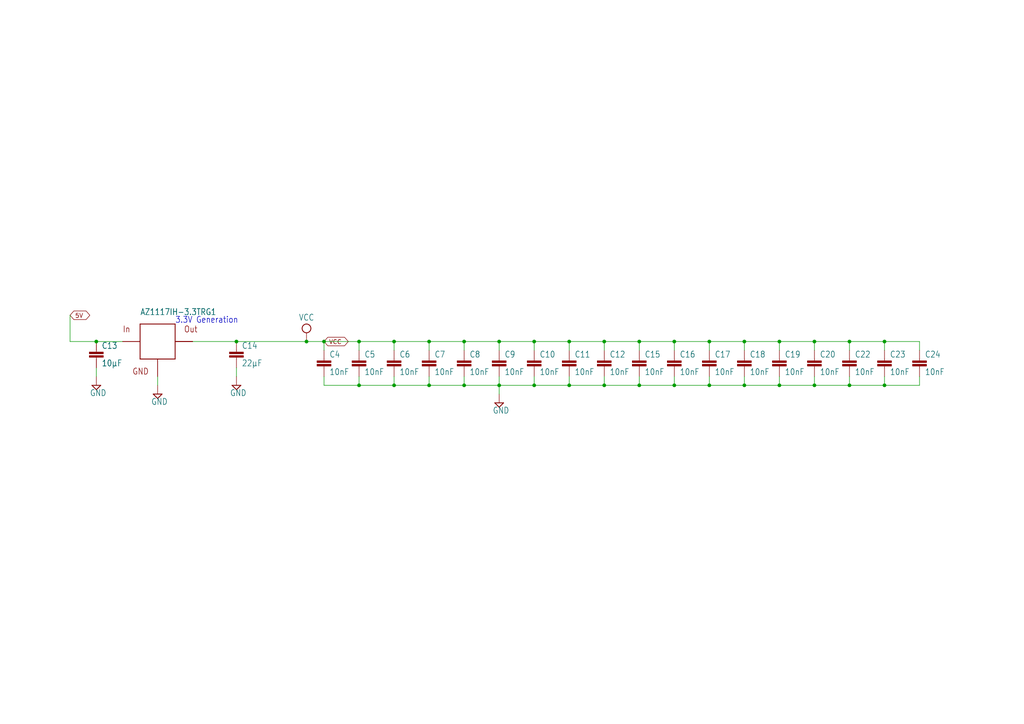
<source format=kicad_sch>
(kicad_sch
	(version 20231120)
	(generator "eeschema")
	(generator_version "8.0")
	(uuid "5bd07856-e1a3-43a2-9ea4-eeb95438f6ff")
	(paper "A4")
	(lib_symbols
		(symbol "SPI2Parallel_v1p1-eagle-import:C-EUC0603"
			(exclude_from_sim no)
			(in_bom yes)
			(on_board yes)
			(property "Reference" "C"
				(at 1.524 0.381 0)
				(effects
					(font
						(size 1.778 1.5113)
					)
					(justify left bottom)
				)
			)
			(property "Value" ""
				(at 1.524 -4.699 0)
				(effects
					(font
						(size 1.778 1.5113)
					)
					(justify left bottom)
				)
			)
			(property "Footprint" "SPI2Parallel_v1p1:C0603"
				(at 0 0 0)
				(effects
					(font
						(size 1.27 1.27)
					)
					(hide yes)
				)
			)
			(property "Datasheet" ""
				(at 0 0 0)
				(effects
					(font
						(size 1.27 1.27)
					)
					(hide yes)
				)
			)
			(property "Description" "CAPACITOR, European symbol"
				(at 0 0 0)
				(effects
					(font
						(size 1.27 1.27)
					)
					(hide yes)
				)
			)
			(property "ki_locked" ""
				(at 0 0 0)
				(effects
					(font
						(size 1.27 1.27)
					)
				)
			)
			(symbol "C-EUC0603_1_0"
				(rectangle
					(start -2.032 -2.032)
					(end 2.032 -1.524)
					(stroke
						(width 0)
						(type default)
					)
					(fill
						(type outline)
					)
				)
				(rectangle
					(start -2.032 -1.016)
					(end 2.032 -0.508)
					(stroke
						(width 0)
						(type default)
					)
					(fill
						(type outline)
					)
				)
				(polyline
					(pts
						(xy 0 -2.54) (xy 0 -2.032)
					)
					(stroke
						(width 0.1524)
						(type solid)
					)
					(fill
						(type none)
					)
				)
				(polyline
					(pts
						(xy 0 0) (xy 0 -0.508)
					)
					(stroke
						(width 0.1524)
						(type solid)
					)
					(fill
						(type none)
					)
				)
				(pin passive line
					(at 0 2.54 270)
					(length 2.54)
					(name "1"
						(effects
							(font
								(size 0 0)
							)
						)
					)
					(number "1"
						(effects
							(font
								(size 0 0)
							)
						)
					)
				)
				(pin passive line
					(at 0 -5.08 90)
					(length 2.54)
					(name "2"
						(effects
							(font
								(size 0 0)
							)
						)
					)
					(number "2"
						(effects
							(font
								(size 0 0)
							)
						)
					)
				)
			)
		)
		(symbol "SPI2Parallel_v1p1-eagle-import:C-EUC1206"
			(exclude_from_sim no)
			(in_bom yes)
			(on_board yes)
			(property "Reference" "C"
				(at 1.524 0.381 0)
				(effects
					(font
						(size 1.778 1.5113)
					)
					(justify left bottom)
				)
			)
			(property "Value" ""
				(at 1.524 -4.699 0)
				(effects
					(font
						(size 1.778 1.5113)
					)
					(justify left bottom)
				)
			)
			(property "Footprint" "SPI2Parallel_v1p1:C1206"
				(at 0 0 0)
				(effects
					(font
						(size 1.27 1.27)
					)
					(hide yes)
				)
			)
			(property "Datasheet" ""
				(at 0 0 0)
				(effects
					(font
						(size 1.27 1.27)
					)
					(hide yes)
				)
			)
			(property "Description" "CAPACITOR, European symbol"
				(at 0 0 0)
				(effects
					(font
						(size 1.27 1.27)
					)
					(hide yes)
				)
			)
			(property "ki_locked" ""
				(at 0 0 0)
				(effects
					(font
						(size 1.27 1.27)
					)
				)
			)
			(symbol "C-EUC1206_1_0"
				(rectangle
					(start -2.032 -2.032)
					(end 2.032 -1.524)
					(stroke
						(width 0)
						(type default)
					)
					(fill
						(type outline)
					)
				)
				(rectangle
					(start -2.032 -1.016)
					(end 2.032 -0.508)
					(stroke
						(width 0)
						(type default)
					)
					(fill
						(type outline)
					)
				)
				(polyline
					(pts
						(xy 0 -2.54) (xy 0 -2.032)
					)
					(stroke
						(width 0.1524)
						(type solid)
					)
					(fill
						(type none)
					)
				)
				(polyline
					(pts
						(xy 0 0) (xy 0 -0.508)
					)
					(stroke
						(width 0.1524)
						(type solid)
					)
					(fill
						(type none)
					)
				)
				(pin passive line
					(at 0 2.54 270)
					(length 2.54)
					(name "1"
						(effects
							(font
								(size 0 0)
							)
						)
					)
					(number "1"
						(effects
							(font
								(size 0 0)
							)
						)
					)
				)
				(pin passive line
					(at 0 -5.08 90)
					(length 2.54)
					(name "2"
						(effects
							(font
								(size 0 0)
							)
						)
					)
					(number "2"
						(effects
							(font
								(size 0 0)
							)
						)
					)
				)
			)
		)
		(symbol "SPI2Parallel_v1p1-eagle-import:GND"
			(power)
			(exclude_from_sim no)
			(in_bom yes)
			(on_board yes)
			(property "Reference" "#SUPPLY"
				(at 0 0 0)
				(effects
					(font
						(size 1.27 1.27)
					)
					(hide yes)
				)
			)
			(property "Value" ""
				(at -1.905 -3.175 0)
				(effects
					(font
						(size 1.778 1.5113)
					)
					(justify left bottom)
				)
			)
			(property "Footprint" ""
				(at 0 0 0)
				(effects
					(font
						(size 1.27 1.27)
					)
					(hide yes)
				)
			)
			(property "Datasheet" ""
				(at 0 0 0)
				(effects
					(font
						(size 1.27 1.27)
					)
					(hide yes)
				)
			)
			(property "Description" "SUPPLY SYMBOL"
				(at 0 0 0)
				(effects
					(font
						(size 1.27 1.27)
					)
					(hide yes)
				)
			)
			(property "ki_locked" ""
				(at 0 0 0)
				(effects
					(font
						(size 1.27 1.27)
					)
				)
			)
			(symbol "GND_1_0"
				(polyline
					(pts
						(xy -1.27 0) (xy 1.27 0)
					)
					(stroke
						(width 0.254)
						(type solid)
					)
					(fill
						(type none)
					)
				)
				(polyline
					(pts
						(xy 0 -1.27) (xy -1.27 0)
					)
					(stroke
						(width 0.254)
						(type solid)
					)
					(fill
						(type none)
					)
				)
				(polyline
					(pts
						(xy 1.27 0) (xy 0 -1.27)
					)
					(stroke
						(width 0.254)
						(type solid)
					)
					(fill
						(type none)
					)
				)
				(pin power_in line
					(at 0 2.54 270)
					(length 2.54)
					(name "GND"
						(effects
							(font
								(size 0 0)
							)
						)
					)
					(number "1"
						(effects
							(font
								(size 0 0)
							)
						)
					)
				)
			)
		)
		(symbol "SPI2Parallel_v1p1-eagle-import:LT1117"
			(exclude_from_sim no)
			(in_bom yes)
			(on_board yes)
			(property "Reference" ""
				(at 0 0 0)
				(effects
					(font
						(size 1.27 1.27)
					)
					(hide yes)
				)
			)
			(property "Value" ""
				(at -5.08 10.16 0)
				(effects
					(font
						(size 1.778 1.5113)
					)
					(justify left bottom)
					(hide yes)
				)
			)
			(property "Footprint" "SPI2Parallel_v1p1:SOT223"
				(at 0 0 0)
				(effects
					(font
						(size 1.27 1.27)
					)
					(hide yes)
				)
			)
			(property "Datasheet" ""
				(at 0 0 0)
				(effects
					(font
						(size 1.27 1.27)
					)
					(hide yes)
				)
			)
			(property "Description" ""
				(at 0 0 0)
				(effects
					(font
						(size 1.27 1.27)
					)
					(hide yes)
				)
			)
			(property "ki_locked" ""
				(at 0 0 0)
				(effects
					(font
						(size 1.27 1.27)
					)
				)
			)
			(symbol "LT1117_1_0"
				(polyline
					(pts
						(xy -5.08 -2.54) (xy 5.08 -2.54)
					)
					(stroke
						(width 0.254)
						(type solid)
					)
					(fill
						(type none)
					)
				)
				(polyline
					(pts
						(xy -5.08 7.62) (xy -5.08 -2.54)
					)
					(stroke
						(width 0.254)
						(type solid)
					)
					(fill
						(type none)
					)
				)
				(polyline
					(pts
						(xy 5.08 -2.54) (xy 5.08 7.62)
					)
					(stroke
						(width 0.254)
						(type solid)
					)
					(fill
						(type none)
					)
				)
				(polyline
					(pts
						(xy 5.08 7.62) (xy -5.08 7.62)
					)
					(stroke
						(width 0.254)
						(type solid)
					)
					(fill
						(type none)
					)
				)
				(text "GND"
					(at -2.54 -5.08 0)
					(effects
						(font
							(size 1.778 1.5113)
						)
						(justify right top)
					)
				)
				(text "In"
					(at -10.16 5.08 0)
					(effects
						(font
							(size 1.778 1.5113)
						)
						(justify left bottom)
					)
				)
				(text "Out"
					(at 7.62 5.08 0)
					(effects
						(font
							(size 1.778 1.5113)
						)
						(justify left bottom)
					)
				)
				(pin bidirectional line
					(at 0 -7.62 90)
					(length 5.08)
					(name "GND"
						(effects
							(font
								(size 0 0)
							)
						)
					)
					(number "1"
						(effects
							(font
								(size 0 0)
							)
						)
					)
				)
				(pin power_in line
					(at 10.16 2.54 180)
					(length 5.08)
					(name "VCC"
						(effects
							(font
								(size 0 0)
							)
						)
					)
					(number "2"
						(effects
							(font
								(size 0 0)
							)
						)
					)
				)
				(pin bidirectional line
					(at -10.16 2.54 0)
					(length 5.08)
					(name "IN"
						(effects
							(font
								(size 0 0)
							)
						)
					)
					(number "3"
						(effects
							(font
								(size 0 0)
							)
						)
					)
				)
				(pin power_in line
					(at 10.16 2.54 180)
					(length 5.08)
					(name "VCC"
						(effects
							(font
								(size 0 0)
							)
						)
					)
					(number "4"
						(effects
							(font
								(size 0 0)
							)
						)
					)
				)
			)
		)
		(symbol "SPI2Parallel_v1p1-eagle-import:VCC-CIRCLE"
			(power)
			(exclude_from_sim no)
			(in_bom yes)
			(on_board yes)
			(property "Reference" "#SUPPLY"
				(at 0 0 0)
				(effects
					(font
						(size 1.27 1.27)
					)
					(hide yes)
				)
			)
			(property "Value" ""
				(at 0 4.445 0)
				(effects
					(font
						(size 1.778 1.5113)
					)
				)
			)
			(property "Footprint" ""
				(at 0 0 0)
				(effects
					(font
						(size 1.27 1.27)
					)
					(hide yes)
				)
			)
			(property "Datasheet" ""
				(at 0 0 0)
				(effects
					(font
						(size 1.27 1.27)
					)
					(hide yes)
				)
			)
			(property "Description" "SUPPLY SYMBOL VCC Circle"
				(at 0 0 0)
				(effects
					(font
						(size 1.27 1.27)
					)
					(hide yes)
				)
			)
			(property "ki_locked" ""
				(at 0 0 0)
				(effects
					(font
						(size 1.27 1.27)
					)
				)
			)
			(symbol "VCC-CIRCLE_1_0"
				(circle
					(center 0 1.27)
					(radius 1.27)
					(stroke
						(width 0.254)
						(type solid)
					)
					(fill
						(type none)
					)
				)
				(pin power_in line
					(at 0 -2.54 90)
					(length 2.54)
					(name "VCC"
						(effects
							(font
								(size 0 0)
							)
						)
					)
					(number "1"
						(effects
							(font
								(size 0 0)
							)
						)
					)
				)
			)
		)
	)
	(junction
		(at 124.46 99.06)
		(diameter 0)
		(color 0 0 0 0)
		(uuid "0c4af872-be4a-4cad-a5ad-452e90b286ff")
	)
	(junction
		(at 226.06 111.76)
		(diameter 0)
		(color 0 0 0 0)
		(uuid "0f060945-9142-448f-9a2a-3040542bf76c")
	)
	(junction
		(at 27.94 99.06)
		(diameter 0)
		(color 0 0 0 0)
		(uuid "0f37b883-67a8-43ab-9047-3a394b0708e7")
	)
	(junction
		(at 144.78 99.06)
		(diameter 0)
		(color 0 0 0 0)
		(uuid "19b3b829-8b59-4ce0-af87-6d7e1e3adc63")
	)
	(junction
		(at 114.3 99.06)
		(diameter 0)
		(color 0 0 0 0)
		(uuid "1a423e31-e4c9-4784-8805-544d9560e48d")
	)
	(junction
		(at 256.54 111.76)
		(diameter 0)
		(color 0 0 0 0)
		(uuid "26b1b699-b002-4a32-afc1-3eba90ffbc9e")
	)
	(junction
		(at 246.38 111.76)
		(diameter 0)
		(color 0 0 0 0)
		(uuid "2714e477-dd55-4b7b-8898-2be89ff1a5dc")
	)
	(junction
		(at 175.26 99.06)
		(diameter 0)
		(color 0 0 0 0)
		(uuid "293baf15-d803-415e-b6cd-f24a0b9ba420")
	)
	(junction
		(at 205.74 99.06)
		(diameter 0)
		(color 0 0 0 0)
		(uuid "3d01fe50-3ae3-4170-b766-5fb9af411113")
	)
	(junction
		(at 88.9 99.06)
		(diameter 0)
		(color 0 0 0 0)
		(uuid "450cb08d-d15a-495c-a63e-f7bc671b83e9")
	)
	(junction
		(at 185.42 111.76)
		(diameter 0)
		(color 0 0 0 0)
		(uuid "47e42049-4a50-42a9-94ca-393ca96009e5")
	)
	(junction
		(at 215.9 99.06)
		(diameter 0)
		(color 0 0 0 0)
		(uuid "4d95a474-3d59-456b-9e87-11b6ca71824c")
	)
	(junction
		(at 114.3 111.76)
		(diameter 0)
		(color 0 0 0 0)
		(uuid "51433e09-7d8b-4cdd-bbf3-b85dc929ac09")
	)
	(junction
		(at 175.26 111.76)
		(diameter 0)
		(color 0 0 0 0)
		(uuid "594960a3-9cb4-4944-9557-f119f85f8483")
	)
	(junction
		(at 154.94 111.76)
		(diameter 0)
		(color 0 0 0 0)
		(uuid "5dc0a282-3d5d-4b3d-a0ed-4446951ab1e1")
	)
	(junction
		(at 93.98 99.06)
		(diameter 0)
		(color 0 0 0 0)
		(uuid "6139b72a-b8b8-4e84-8185-1b91260330a3")
	)
	(junction
		(at 104.14 111.76)
		(diameter 0)
		(color 0 0 0 0)
		(uuid "678b5894-2bbe-48fa-97ba-ac3bc8f53652")
	)
	(junction
		(at 104.14 99.06)
		(diameter 0)
		(color 0 0 0 0)
		(uuid "69b8ce24-4518-43e1-a1d7-f37fcf007e50")
	)
	(junction
		(at 185.42 99.06)
		(diameter 0)
		(color 0 0 0 0)
		(uuid "69f69481-4064-481c-b423-562e1e19a71f")
	)
	(junction
		(at 195.58 99.06)
		(diameter 0)
		(color 0 0 0 0)
		(uuid "6f89da98-c417-4456-8b2c-0098ff980320")
	)
	(junction
		(at 134.62 111.76)
		(diameter 0)
		(color 0 0 0 0)
		(uuid "81fd096b-a481-4de4-81c3-6565a9d81f29")
	)
	(junction
		(at 165.1 99.06)
		(diameter 0)
		(color 0 0 0 0)
		(uuid "8452e8fd-570c-4d68-b8b4-216d595152ac")
	)
	(junction
		(at 256.54 99.06)
		(diameter 0)
		(color 0 0 0 0)
		(uuid "93f6a39d-d909-4b6f-bbf3-ac0bec7d7b19")
	)
	(junction
		(at 68.58 99.06)
		(diameter 0)
		(color 0 0 0 0)
		(uuid "96bca76a-2b62-44a9-a218-b6e990576f77")
	)
	(junction
		(at 134.62 99.06)
		(diameter 0)
		(color 0 0 0 0)
		(uuid "98c2ef34-4ef1-48bf-9aa3-5b325affb585")
	)
	(junction
		(at 246.38 99.06)
		(diameter 0)
		(color 0 0 0 0)
		(uuid "9936a195-b0d1-4783-b8d0-bcccd1347849")
	)
	(junction
		(at 144.78 111.76)
		(diameter 0)
		(color 0 0 0 0)
		(uuid "9fedd9f5-aa90-4d2a-b052-e464b3ee8e89")
	)
	(junction
		(at 205.74 111.76)
		(diameter 0)
		(color 0 0 0 0)
		(uuid "b6429382-a104-408d-b50b-3523b46f1f8d")
	)
	(junction
		(at 195.58 111.76)
		(diameter 0)
		(color 0 0 0 0)
		(uuid "bb8c213e-cfc3-44f3-9a98-e73a94638ff1")
	)
	(junction
		(at 215.9 111.76)
		(diameter 0)
		(color 0 0 0 0)
		(uuid "c0428c5e-252d-42df-b864-aeda23fd68a8")
	)
	(junction
		(at 165.1 111.76)
		(diameter 0)
		(color 0 0 0 0)
		(uuid "cdd09d90-4b0e-4608-a9cc-dc3d879074b5")
	)
	(junction
		(at 154.94 99.06)
		(diameter 0)
		(color 0 0 0 0)
		(uuid "dc10edab-3ce8-4959-9ee1-3e01c36510ba")
	)
	(junction
		(at 124.46 111.76)
		(diameter 0)
		(color 0 0 0 0)
		(uuid "e000e9f8-95db-43b7-8034-2f91e6fb7240")
	)
	(junction
		(at 226.06 99.06)
		(diameter 0)
		(color 0 0 0 0)
		(uuid "ec2c52d1-9881-4c26-87a4-e9829eee9973")
	)
	(junction
		(at 236.22 111.76)
		(diameter 0)
		(color 0 0 0 0)
		(uuid "ecce236b-2860-4f8a-839f-1ca87f828cb1")
	)
	(junction
		(at 236.22 99.06)
		(diameter 0)
		(color 0 0 0 0)
		(uuid "f8e10924-3c0e-4155-9623-e34ec61e4a50")
	)
	(wire
		(pts
			(xy 195.58 99.06) (xy 205.74 99.06)
		)
		(stroke
			(width 0.1524)
			(type solid)
		)
		(uuid "00bbb6ad-e7fe-4556-b34b-0055cd3e304f")
	)
	(wire
		(pts
			(xy 144.78 99.06) (xy 154.94 99.06)
		)
		(stroke
			(width 0.1524)
			(type solid)
		)
		(uuid "01123a18-050a-4a24-b9c0-2ade778dfd98")
	)
	(wire
		(pts
			(xy 88.9 99.06) (xy 93.98 99.06)
		)
		(stroke
			(width 0.1524)
			(type solid)
		)
		(uuid "01e00ee7-4b69-475a-9454-7c26e1986551")
	)
	(wire
		(pts
			(xy 154.94 99.06) (xy 154.94 101.6)
		)
		(stroke
			(width 0.1524)
			(type solid)
		)
		(uuid "01e9edb6-c15f-43b4-a805-0dc8ac78dfde")
	)
	(wire
		(pts
			(xy 185.42 99.06) (xy 185.42 101.6)
		)
		(stroke
			(width 0.1524)
			(type solid)
		)
		(uuid "03421fc5-d7d6-4fdc-914e-2c245f8d47a8")
	)
	(wire
		(pts
			(xy 266.7 99.06) (xy 256.54 99.06)
		)
		(stroke
			(width 0.1524)
			(type solid)
		)
		(uuid "0a5c6d7c-f644-4b22-9aa1-f7cb96e825ce")
	)
	(wire
		(pts
			(xy 134.62 109.22) (xy 134.62 111.76)
		)
		(stroke
			(width 0.1524)
			(type solid)
		)
		(uuid "0ced38fb-77ad-4d82-800b-386056fab75f")
	)
	(wire
		(pts
			(xy 55.88 99.06) (xy 68.58 99.06)
		)
		(stroke
			(width 0.1524)
			(type solid)
		)
		(uuid "0dfb02dc-2322-474c-b025-32def39326d9")
	)
	(wire
		(pts
			(xy 20.32 99.06) (xy 20.32 91.44)
		)
		(stroke
			(width 0.1524)
			(type solid)
		)
		(uuid "123ca4c7-8a28-42d9-8ab9-9efb314c565c")
	)
	(wire
		(pts
			(xy 256.54 111.76) (xy 246.38 111.76)
		)
		(stroke
			(width 0.1524)
			(type solid)
		)
		(uuid "14225d1a-e8c1-41e4-9e95-85602bbdf8ca")
	)
	(wire
		(pts
			(xy 215.9 111.76) (xy 226.06 111.76)
		)
		(stroke
			(width 0.1524)
			(type solid)
		)
		(uuid "1d5acbbf-d916-439a-98e3-5b1abc63cb6a")
	)
	(wire
		(pts
			(xy 185.42 99.06) (xy 195.58 99.06)
		)
		(stroke
			(width 0.1524)
			(type solid)
		)
		(uuid "211b4a42-525d-4643-ab12-457894c912a5")
	)
	(wire
		(pts
			(xy 124.46 109.22) (xy 124.46 111.76)
		)
		(stroke
			(width 0.1524)
			(type solid)
		)
		(uuid "23a9416a-96ff-4655-b1d2-9ae5d61dc6f0")
	)
	(wire
		(pts
			(xy 93.98 111.76) (xy 104.14 111.76)
		)
		(stroke
			(width 0.1524)
			(type solid)
		)
		(uuid "2a1e7116-2fb7-4f18-82cd-df95096a0f56")
	)
	(wire
		(pts
			(xy 215.9 101.6) (xy 215.9 99.06)
		)
		(stroke
			(width 0.1524)
			(type solid)
		)
		(uuid "2cd02530-6041-49f0-82ef-7a278e6b04b0")
	)
	(wire
		(pts
			(xy 215.9 109.22) (xy 215.9 111.76)
		)
		(stroke
			(width 0.1524)
			(type solid)
		)
		(uuid "317afe07-8425-42cd-801a-a338bca9ca7e")
	)
	(wire
		(pts
			(xy 175.26 109.22) (xy 175.26 111.76)
		)
		(stroke
			(width 0.1524)
			(type solid)
		)
		(uuid "319a2405-bac5-462d-a7bc-fa2b10aab952")
	)
	(wire
		(pts
			(xy 246.38 99.06) (xy 246.38 101.6)
		)
		(stroke
			(width 0.1524)
			(type solid)
		)
		(uuid "3308602b-a653-450e-9cf6-84cf0bc84208")
	)
	(wire
		(pts
			(xy 154.94 109.22) (xy 154.94 111.76)
		)
		(stroke
			(width 0.1524)
			(type solid)
		)
		(uuid "3913cfd2-95c0-4102-8eb9-68725a7a90df")
	)
	(wire
		(pts
			(xy 134.62 99.06) (xy 134.62 101.6)
		)
		(stroke
			(width 0.1524)
			(type solid)
		)
		(uuid "3a7b5b6d-03ce-4413-a46b-e03b934a5493")
	)
	(wire
		(pts
			(xy 104.14 99.06) (xy 114.3 99.06)
		)
		(stroke
			(width 0.1524)
			(type solid)
		)
		(uuid "3e0f2b80-6c15-43bc-aebe-9faae5786b8f")
	)
	(wire
		(pts
			(xy 104.14 111.76) (xy 114.3 111.76)
		)
		(stroke
			(width 0.1524)
			(type solid)
		)
		(uuid "41503490-056e-461e-8944-96a55cb26ddc")
	)
	(wire
		(pts
			(xy 226.06 111.76) (xy 236.22 111.76)
		)
		(stroke
			(width 0.1524)
			(type solid)
		)
		(uuid "4b6bc88d-432d-4b66-ae86-ccdf4ea1057d")
	)
	(wire
		(pts
			(xy 154.94 111.76) (xy 165.1 111.76)
		)
		(stroke
			(width 0.1524)
			(type solid)
		)
		(uuid "4e81dbe4-af12-4b9f-a475-ddf9e1f3269b")
	)
	(wire
		(pts
			(xy 104.14 101.6) (xy 104.14 99.06)
		)
		(stroke
			(width 0.1524)
			(type solid)
		)
		(uuid "51972bf3-b1f0-400d-a9d0-c706852a108c")
	)
	(wire
		(pts
			(xy 124.46 111.76) (xy 134.62 111.76)
		)
		(stroke
			(width 0.1524)
			(type solid)
		)
		(uuid "559f325c-791f-4e99-8618-cda07e9b1d36")
	)
	(wire
		(pts
			(xy 104.14 109.22) (xy 104.14 111.76)
		)
		(stroke
			(width 0.1524)
			(type solid)
		)
		(uuid "5c74af23-9def-434c-9349-19d5a2914035")
	)
	(wire
		(pts
			(xy 236.22 111.76) (xy 246.38 111.76)
		)
		(stroke
			(width 0.1524)
			(type solid)
		)
		(uuid "5ec568a3-f7c5-428d-944c-26e4551aaf7e")
	)
	(wire
		(pts
			(xy 256.54 109.22) (xy 256.54 111.76)
		)
		(stroke
			(width 0.1524)
			(type solid)
		)
		(uuid "5f1586f5-38a6-4770-a544-40562faade97")
	)
	(wire
		(pts
			(xy 215.9 99.06) (xy 226.06 99.06)
		)
		(stroke
			(width 0.1524)
			(type solid)
		)
		(uuid "612282f1-a39a-40b4-87e0-8fec1ff654f9")
	)
	(wire
		(pts
			(xy 68.58 99.06) (xy 88.9 99.06)
		)
		(stroke
			(width 0.1524)
			(type solid)
		)
		(uuid "65dd18bc-9fc4-47c7-ba3c-593699fe0a05")
	)
	(wire
		(pts
			(xy 124.46 99.06) (xy 134.62 99.06)
		)
		(stroke
			(width 0.1524)
			(type solid)
		)
		(uuid "661bd9e5-788c-4c69-b3ba-e88ee58a942f")
	)
	(wire
		(pts
			(xy 165.1 99.06) (xy 165.1 101.6)
		)
		(stroke
			(width 0.1524)
			(type solid)
		)
		(uuid "66610af6-3b2e-4b0b-a9ee-269c4a046597")
	)
	(wire
		(pts
			(xy 93.98 109.22) (xy 93.98 111.76)
		)
		(stroke
			(width 0.1524)
			(type solid)
		)
		(uuid "6947acba-1e8b-43f1-a789-41b6f7276727")
	)
	(wire
		(pts
			(xy 114.3 111.76) (xy 124.46 111.76)
		)
		(stroke
			(width 0.1524)
			(type solid)
		)
		(uuid "6b2cd7da-5f48-4764-a184-b4908ddb39e7")
	)
	(wire
		(pts
			(xy 266.7 111.76) (xy 256.54 111.76)
		)
		(stroke
			(width 0.1524)
			(type solid)
		)
		(uuid "6bf88552-8da1-4854-a501-87a6f83e00a3")
	)
	(wire
		(pts
			(xy 165.1 109.22) (xy 165.1 111.76)
		)
		(stroke
			(width 0.1524)
			(type solid)
		)
		(uuid "6ce73db9-241b-430a-9a73-9fb305c8d093")
	)
	(wire
		(pts
			(xy 266.7 109.22) (xy 266.7 111.76)
		)
		(stroke
			(width 0.1524)
			(type solid)
		)
		(uuid "7281e73a-446b-499a-97d7-880202e5bdab")
	)
	(wire
		(pts
			(xy 185.42 111.76) (xy 195.58 111.76)
		)
		(stroke
			(width 0.1524)
			(type solid)
		)
		(uuid "72cf7ca4-3b12-402d-98b4-c94703f2638d")
	)
	(wire
		(pts
			(xy 104.14 99.06) (xy 93.98 99.06)
		)
		(stroke
			(width 0.1524)
			(type solid)
		)
		(uuid "765432b6-ca99-4086-a7fd-312ff8dc3752")
	)
	(wire
		(pts
			(xy 236.22 99.06) (xy 246.38 99.06)
		)
		(stroke
			(width 0.1524)
			(type solid)
		)
		(uuid "788bd387-f351-40d4-9e15-70d6064b3ebd")
	)
	(wire
		(pts
			(xy 205.74 109.22) (xy 205.74 111.76)
		)
		(stroke
			(width 0.1524)
			(type solid)
		)
		(uuid "7a4e3bf3-30f0-4277-bad3-8043f498952f")
	)
	(wire
		(pts
			(xy 144.78 111.76) (xy 154.94 111.76)
		)
		(stroke
			(width 0.1524)
			(type solid)
		)
		(uuid "83729faf-1da9-4fa1-834e-1f63d9f89119")
	)
	(wire
		(pts
			(xy 45.72 109.22) (xy 45.72 111.76)
		)
		(stroke
			(width 0.1524)
			(type solid)
		)
		(uuid "842c9b0a-79da-44eb-a6b2-d58f1452302e")
	)
	(wire
		(pts
			(xy 114.3 109.22) (xy 114.3 111.76)
		)
		(stroke
			(width 0.1524)
			(type solid)
		)
		(uuid "9b184cdd-eb0b-4352-9263-6690c91f6e1f")
	)
	(wire
		(pts
			(xy 27.94 106.68) (xy 27.94 109.22)
		)
		(stroke
			(width 0.1524)
			(type solid)
		)
		(uuid "9d46b6b8-c426-4720-9a4f-cffa58f4dd0f")
	)
	(wire
		(pts
			(xy 256.54 101.6) (xy 256.54 99.06)
		)
		(stroke
			(width 0.1524)
			(type solid)
		)
		(uuid "a043a37e-31d4-4f29-ba3d-58cfcdacf0dd")
	)
	(wire
		(pts
			(xy 256.54 99.06) (xy 246.38 99.06)
		)
		(stroke
			(width 0.1524)
			(type solid)
		)
		(uuid "a936ffdb-7835-4b43-b527-b2799a0b207c")
	)
	(wire
		(pts
			(xy 195.58 109.22) (xy 195.58 111.76)
		)
		(stroke
			(width 0.1524)
			(type solid)
		)
		(uuid "ad0bedf9-718b-4fda-b032-c3ef4f24ed02")
	)
	(wire
		(pts
			(xy 144.78 99.06) (xy 144.78 101.6)
		)
		(stroke
			(width 0.1524)
			(type solid)
		)
		(uuid "af2cb4a1-b89e-447b-9847-bfe05686527d")
	)
	(wire
		(pts
			(xy 236.22 101.6) (xy 236.22 99.06)
		)
		(stroke
			(width 0.1524)
			(type solid)
		)
		(uuid "b029ae76-649b-4aa9-a7e5-fdf3519e5c5b")
	)
	(wire
		(pts
			(xy 35.56 99.06) (xy 27.94 99.06)
		)
		(stroke
			(width 0.1524)
			(type solid)
		)
		(uuid "b39befac-435b-4a38-ac45-4df04caf96f4")
	)
	(wire
		(pts
			(xy 165.1 99.06) (xy 175.26 99.06)
		)
		(stroke
			(width 0.1524)
			(type solid)
		)
		(uuid "b97a838f-a800-4d24-9bcd-b41def7771ff")
	)
	(wire
		(pts
			(xy 175.26 99.06) (xy 185.42 99.06)
		)
		(stroke
			(width 0.1524)
			(type solid)
		)
		(uuid "ba143c0b-d517-4e92-828f-e9fca2d6e2fd")
	)
	(wire
		(pts
			(xy 144.78 109.22) (xy 144.78 111.76)
		)
		(stroke
			(width 0.1524)
			(type solid)
		)
		(uuid "bb6beb32-c3f1-4ee5-9b79-0a4fd951cfcf")
	)
	(wire
		(pts
			(xy 226.06 101.6) (xy 226.06 99.06)
		)
		(stroke
			(width 0.1524)
			(type solid)
		)
		(uuid "c0fb6cf1-0fd0-4113-b70a-adc9342f88d2")
	)
	(wire
		(pts
			(xy 114.3 99.06) (xy 124.46 99.06)
		)
		(stroke
			(width 0.1524)
			(type solid)
		)
		(uuid "c26754c4-0247-4f77-bf8f-2c735cfb3b9e")
	)
	(wire
		(pts
			(xy 134.62 99.06) (xy 144.78 99.06)
		)
		(stroke
			(width 0.1524)
			(type solid)
		)
		(uuid "c3ebf573-18ae-466f-badd-1510c004a989")
	)
	(wire
		(pts
			(xy 226.06 109.22) (xy 226.06 111.76)
		)
		(stroke
			(width 0.1524)
			(type solid)
		)
		(uuid "c5959754-220a-4ee4-b971-bc232b2788c1")
	)
	(wire
		(pts
			(xy 205.74 111.76) (xy 215.9 111.76)
		)
		(stroke
			(width 0.1524)
			(type solid)
		)
		(uuid "c8e9900e-dbf9-4c52-a3fa-0958104375ce")
	)
	(wire
		(pts
			(xy 165.1 111.76) (xy 175.26 111.76)
		)
		(stroke
			(width 0.1524)
			(type solid)
		)
		(uuid "c8ff4243-1724-4bed-922e-51896b4c044b")
	)
	(wire
		(pts
			(xy 236.22 109.22) (xy 236.22 111.76)
		)
		(stroke
			(width 0.1524)
			(type solid)
		)
		(uuid "c9ea1634-fc82-49ed-8fe4-638ab5db3a7c")
	)
	(wire
		(pts
			(xy 154.94 99.06) (xy 165.1 99.06)
		)
		(stroke
			(width 0.1524)
			(type solid)
		)
		(uuid "ca5b7cf2-561b-443e-ae3a-591715c55804")
	)
	(wire
		(pts
			(xy 246.38 111.76) (xy 246.38 109.22)
		)
		(stroke
			(width 0.1524)
			(type solid)
		)
		(uuid "d715fd4b-ea30-428f-b95e-1c742028be04")
	)
	(wire
		(pts
			(xy 93.98 99.06) (xy 93.98 101.6)
		)
		(stroke
			(width 0.1524)
			(type solid)
		)
		(uuid "d9c464a9-3784-4fa9-9032-1671c8e94702")
	)
	(wire
		(pts
			(xy 175.26 99.06) (xy 175.26 101.6)
		)
		(stroke
			(width 0.1524)
			(type solid)
		)
		(uuid "e162d1bd-3290-4fad-8d6c-60d1e0628842")
	)
	(wire
		(pts
			(xy 68.58 106.68) (xy 68.58 109.22)
		)
		(stroke
			(width 0.1524)
			(type solid)
		)
		(uuid "e65429cc-0a1b-4351-8979-d085345342df")
	)
	(wire
		(pts
			(xy 114.3 99.06) (xy 114.3 101.6)
		)
		(stroke
			(width 0.1524)
			(type solid)
		)
		(uuid "e696dd2a-78df-4700-8914-fc07918e5dba")
	)
	(wire
		(pts
			(xy 266.7 101.6) (xy 266.7 99.06)
		)
		(stroke
			(width 0.1524)
			(type solid)
		)
		(uuid "e85cfd5b-db8c-4fa3-81c2-7de33a7405b4")
	)
	(wire
		(pts
			(xy 205.74 101.6) (xy 205.74 99.06)
		)
		(stroke
			(width 0.1524)
			(type solid)
		)
		(uuid "e8ab8467-4eba-4767-8586-c08a245ba92c")
	)
	(wire
		(pts
			(xy 144.78 114.3) (xy 144.78 111.76)
		)
		(stroke
			(width 0.1524)
			(type solid)
		)
		(uuid "eb1b8568-6314-4d3b-a910-650e69039212")
	)
	(wire
		(pts
			(xy 27.94 99.06) (xy 20.32 99.06)
		)
		(stroke
			(width 0.1524)
			(type solid)
		)
		(uuid "eb8a2115-a910-4b6e-8ed0-541fdff26e56")
	)
	(wire
		(pts
			(xy 205.74 99.06) (xy 215.9 99.06)
		)
		(stroke
			(width 0.1524)
			(type solid)
		)
		(uuid "ee930a0c-4703-481f-a94f-cbf5b1ee8170")
	)
	(wire
		(pts
			(xy 195.58 101.6) (xy 195.58 99.06)
		)
		(stroke
			(width 0.1524)
			(type solid)
		)
		(uuid "f182e299-5828-4c9e-ae36-ea21ec38321d")
	)
	(wire
		(pts
			(xy 185.42 111.76) (xy 185.42 109.22)
		)
		(stroke
			(width 0.1524)
			(type solid)
		)
		(uuid "f1e47c5c-95da-4b03-a983-76a122372430")
	)
	(wire
		(pts
			(xy 195.58 111.76) (xy 205.74 111.76)
		)
		(stroke
			(width 0.1524)
			(type solid)
		)
		(uuid "f41a4db5-0506-4764-8ce9-d26dbd095f43")
	)
	(wire
		(pts
			(xy 175.26 111.76) (xy 185.42 111.76)
		)
		(stroke
			(width 0.1524)
			(type solid)
		)
		(uuid "f572d634-28d9-4282-8072-79f2f3461177")
	)
	(wire
		(pts
			(xy 124.46 99.06) (xy 124.46 101.6)
		)
		(stroke
			(width 0.1524)
			(type solid)
		)
		(uuid "f67e7190-c087-40a9-956c-89c9ed55e04d")
	)
	(wire
		(pts
			(xy 226.06 99.06) (xy 236.22 99.06)
		)
		(stroke
			(width 0.1524)
			(type solid)
		)
		(uuid "f6f69af9-8a88-46b4-b1c6-ca21f156d5e2")
	)
	(wire
		(pts
			(xy 134.62 111.76) (xy 144.78 111.76)
		)
		(stroke
			(width 0.1524)
			(type solid)
		)
		(uuid "f76361f2-6051-42ae-b911-3ab0acc22f9a")
	)
	(text "3.3V Generation"
		(exclude_from_sim no)
		(at 50.8 93.98 0)
		(effects
			(font
				(size 1.778 1.5113)
			)
			(justify left bottom)
		)
		(uuid "3fd77d24-bc95-43ac-a805-9b2eddfab3c5")
	)
	(global_label "5V"
		(shape bidirectional)
		(at 20.32 91.44 0)
		(fields_autoplaced yes)
		(effects
			(font
				(size 1.2446 1.2446)
			)
			(justify left)
		)
		(uuid "3a973cea-357e-48ba-97fe-e86ca90f2f03")
		(property "Intersheetrefs" "${INTERSHEET_REFS}"
			(at 26.5863 91.44 0)
			(effects
				(font
					(size 1.27 1.27)
				)
				(justify left)
				(hide yes)
			)
		)
	)
	(global_label "VCC"
		(shape bidirectional)
		(at 93.98 99.06 0)
		(fields_autoplaced yes)
		(effects
			(font
				(size 1.2446 1.2446)
			)
			(justify left)
		)
		(uuid "b65737dc-d26c-45a0-b941-fff89c8859c0")
		(property "Intersheetrefs" "${INTERSHEET_REFS}"
			(at 101.5502 99.06 0)
			(effects
				(font
					(size 1.27 1.27)
				)
				(justify left)
				(hide yes)
			)
		)
	)
	(symbol
		(lib_id "SPI2Parallel_v1p1-eagle-import:C-EUC0603")
		(at 104.14 104.14 0)
		(unit 1)
		(exclude_from_sim no)
		(in_bom yes)
		(on_board yes)
		(dnp no)
		(uuid "024d62c2-afec-4dcc-8cda-3489f8a3d8da")
		(property "Reference" "C5"
			(at 105.664 103.759 0)
			(effects
				(font
					(size 1.778 1.5113)
				)
				(justify left bottom)
			)
		)
		(property "Value" "10nF"
			(at 105.664 108.839 0)
			(effects
				(font
					(size 1.778 1.5113)
				)
				(justify left bottom)
			)
		)
		(property "Footprint" "SPI2Parallel_v1p1:C0603"
			(at 104.14 104.14 0)
			(effects
				(font
					(size 1.27 1.27)
				)
				(hide yes)
			)
		)
		(property "Datasheet" ""
			(at 104.14 104.14 0)
			(effects
				(font
					(size 1.27 1.27)
				)
				(hide yes)
			)
		)
		(property "Description" ""
			(at 104.14 104.14 0)
			(effects
				(font
					(size 1.27 1.27)
				)
				(hide yes)
			)
		)
		(pin "1"
			(uuid "f2f888d7-a228-4a55-96f5-59066e03bcb0")
		)
		(pin "2"
			(uuid "ed766ca1-97e3-4061-9da9-373a7fff739e")
		)
		(instances
			(project ""
				(path "/a6aaf8e9-4c42-4fa3-9e55-4cc84ca87304/e5ad143d-ce82-439e-ac55-86bf10200bd8"
					(reference "C5")
					(unit 1)
				)
			)
		)
	)
	(symbol
		(lib_id "SPI2Parallel_v1p1-eagle-import:C-EUC0603")
		(at 185.42 104.14 0)
		(unit 1)
		(exclude_from_sim no)
		(in_bom yes)
		(on_board yes)
		(dnp no)
		(uuid "08b0158e-f98c-4d7b-abbe-67e139afe937")
		(property "Reference" "C15"
			(at 186.944 103.759 0)
			(effects
				(font
					(size 1.778 1.5113)
				)
				(justify left bottom)
			)
		)
		(property "Value" "10nF"
			(at 186.944 108.839 0)
			(effects
				(font
					(size 1.778 1.5113)
				)
				(justify left bottom)
			)
		)
		(property "Footprint" "SPI2Parallel_v1p1:C0603"
			(at 185.42 104.14 0)
			(effects
				(font
					(size 1.27 1.27)
				)
				(hide yes)
			)
		)
		(property "Datasheet" ""
			(at 185.42 104.14 0)
			(effects
				(font
					(size 1.27 1.27)
				)
				(hide yes)
			)
		)
		(property "Description" ""
			(at 185.42 104.14 0)
			(effects
				(font
					(size 1.27 1.27)
				)
				(hide yes)
			)
		)
		(pin "2"
			(uuid "a695a853-f0b2-4fbb-832d-653df9567970")
		)
		(pin "1"
			(uuid "41261700-b361-4f64-9e68-809667a441ff")
		)
		(instances
			(project ""
				(path "/a6aaf8e9-4c42-4fa3-9e55-4cc84ca87304/e5ad143d-ce82-439e-ac55-86bf10200bd8"
					(reference "C15")
					(unit 1)
				)
			)
		)
	)
	(symbol
		(lib_id "SPI2Parallel_v1p1-eagle-import:GND")
		(at 68.58 111.76 0)
		(unit 1)
		(exclude_from_sim no)
		(in_bom yes)
		(on_board yes)
		(dnp no)
		(uuid "0b2a2907-a3e0-4dc3-aa5c-c26d80d84d70")
		(property "Reference" "#SUPPLY23"
			(at 68.58 111.76 0)
			(effects
				(font
					(size 1.27 1.27)
				)
				(hide yes)
			)
		)
		(property "Value" "GND"
			(at 66.675 114.935 0)
			(effects
				(font
					(size 1.778 1.5113)
				)
				(justify left bottom)
			)
		)
		(property "Footprint" ""
			(at 68.58 111.76 0)
			(effects
				(font
					(size 1.27 1.27)
				)
				(hide yes)
			)
		)
		(property "Datasheet" ""
			(at 68.58 111.76 0)
			(effects
				(font
					(size 1.27 1.27)
				)
				(hide yes)
			)
		)
		(property "Description" ""
			(at 68.58 111.76 0)
			(effects
				(font
					(size 1.27 1.27)
				)
				(hide yes)
			)
		)
		(pin "1"
			(uuid "3fd88341-4527-4a94-af25-4e0b42cb9402")
		)
		(instances
			(project ""
				(path "/a6aaf8e9-4c42-4fa3-9e55-4cc84ca87304/e5ad143d-ce82-439e-ac55-86bf10200bd8"
					(reference "#SUPPLY23")
					(unit 1)
				)
			)
		)
	)
	(symbol
		(lib_id "SPI2Parallel_v1p1-eagle-import:LT1117")
		(at 45.72 101.6 0)
		(unit 1)
		(exclude_from_sim no)
		(in_bom yes)
		(on_board yes)
		(dnp no)
		(uuid "11218e54-9363-40b6-bfac-313fd629dc83")
		(property "Reference" "U$9"
			(at 45.72 101.6 0)
			(effects
				(font
					(size 1.27 1.27)
				)
				(hide yes)
			)
		)
		(property "Value" "AZ1117IH-3.3TRG1"
			(at 40.64 91.44 0)
			(effects
				(font
					(size 1.778 1.5113)
				)
				(justify left bottom)
			)
		)
		(property "Footprint" "SPI2Parallel_v1p1:SOT223"
			(at 45.72 101.6 0)
			(effects
				(font
					(size 1.27 1.27)
				)
				(hide yes)
			)
		)
		(property "Datasheet" ""
			(at 45.72 101.6 0)
			(effects
				(font
					(size 1.27 1.27)
				)
				(hide yes)
			)
		)
		(property "Description" ""
			(at 45.72 101.6 0)
			(effects
				(font
					(size 1.27 1.27)
				)
				(hide yes)
			)
		)
		(pin "4"
			(uuid "8901a270-109e-44fe-8428-f3aa9f54ff2b")
		)
		(pin "2"
			(uuid "05dbe2df-2b74-4bbb-acb1-afa771ab476e")
		)
		(pin "1"
			(uuid "c935e97a-145c-4db4-a390-ed2443057bd2")
		)
		(pin "3"
			(uuid "babf3836-b518-41ee-aaab-9392f8643ca2")
		)
		(instances
			(project ""
				(path "/a6aaf8e9-4c42-4fa3-9e55-4cc84ca87304/e5ad143d-ce82-439e-ac55-86bf10200bd8"
					(reference "U$9")
					(unit 1)
				)
			)
		)
	)
	(symbol
		(lib_id "SPI2Parallel_v1p1-eagle-import:C-EUC1206")
		(at 27.94 101.6 0)
		(unit 1)
		(exclude_from_sim no)
		(in_bom yes)
		(on_board yes)
		(dnp no)
		(uuid "2163a667-8376-4e78-84a9-a6ae092de9a2")
		(property "Reference" "C13"
			(at 29.464 101.219 0)
			(effects
				(font
					(size 1.778 1.5113)
				)
				(justify left bottom)
			)
		)
		(property "Value" "10µF"
			(at 29.464 106.299 0)
			(effects
				(font
					(size 1.778 1.5113)
				)
				(justify left bottom)
			)
		)
		(property "Footprint" "SPI2Parallel_v1p1:C1206"
			(at 27.94 101.6 0)
			(effects
				(font
					(size 1.27 1.27)
				)
				(hide yes)
			)
		)
		(property "Datasheet" ""
			(at 27.94 101.6 0)
			(effects
				(font
					(size 1.27 1.27)
				)
				(hide yes)
			)
		)
		(property "Description" ""
			(at 27.94 101.6 0)
			(effects
				(font
					(size 1.27 1.27)
				)
				(hide yes)
			)
		)
		(pin "2"
			(uuid "3f0de560-9a52-41d6-9b87-ea55081e4fd3")
		)
		(pin "1"
			(uuid "70562c56-86fd-4235-b18a-33e7f70705cb")
		)
		(instances
			(project ""
				(path "/a6aaf8e9-4c42-4fa3-9e55-4cc84ca87304/e5ad143d-ce82-439e-ac55-86bf10200bd8"
					(reference "C13")
					(unit 1)
				)
			)
		)
	)
	(symbol
		(lib_id "SPI2Parallel_v1p1-eagle-import:C-EUC0603")
		(at 236.22 104.14 0)
		(unit 1)
		(exclude_from_sim no)
		(in_bom yes)
		(on_board yes)
		(dnp no)
		(uuid "2b796506-430b-4e8f-abd3-8d5fed1f19f6")
		(property "Reference" "C20"
			(at 237.744 103.759 0)
			(effects
				(font
					(size 1.778 1.5113)
				)
				(justify left bottom)
			)
		)
		(property "Value" "10nF"
			(at 237.744 108.839 0)
			(effects
				(font
					(size 1.778 1.5113)
				)
				(justify left bottom)
			)
		)
		(property "Footprint" "SPI2Parallel_v1p1:C0603"
			(at 236.22 104.14 0)
			(effects
				(font
					(size 1.27 1.27)
				)
				(hide yes)
			)
		)
		(property "Datasheet" ""
			(at 236.22 104.14 0)
			(effects
				(font
					(size 1.27 1.27)
				)
				(hide yes)
			)
		)
		(property "Description" ""
			(at 236.22 104.14 0)
			(effects
				(font
					(size 1.27 1.27)
				)
				(hide yes)
			)
		)
		(pin "1"
			(uuid "3f8ff96c-3b93-481e-ad6d-9d913f948815")
		)
		(pin "2"
			(uuid "2306604a-aee8-4ecf-b23d-be6238e82049")
		)
		(instances
			(project ""
				(path "/a6aaf8e9-4c42-4fa3-9e55-4cc84ca87304/e5ad143d-ce82-439e-ac55-86bf10200bd8"
					(reference "C20")
					(unit 1)
				)
			)
		)
	)
	(symbol
		(lib_id "SPI2Parallel_v1p1-eagle-import:C-EUC0603")
		(at 226.06 104.14 0)
		(unit 1)
		(exclude_from_sim no)
		(in_bom yes)
		(on_board yes)
		(dnp no)
		(uuid "2fd24040-26be-44ac-8578-c1f70d4555c7")
		(property "Reference" "C19"
			(at 227.584 103.759 0)
			(effects
				(font
					(size 1.778 1.5113)
				)
				(justify left bottom)
			)
		)
		(property "Value" "10nF"
			(at 227.584 108.839 0)
			(effects
				(font
					(size 1.778 1.5113)
				)
				(justify left bottom)
			)
		)
		(property "Footprint" "SPI2Parallel_v1p1:C0603"
			(at 226.06 104.14 0)
			(effects
				(font
					(size 1.27 1.27)
				)
				(hide yes)
			)
		)
		(property "Datasheet" ""
			(at 226.06 104.14 0)
			(effects
				(font
					(size 1.27 1.27)
				)
				(hide yes)
			)
		)
		(property "Description" ""
			(at 226.06 104.14 0)
			(effects
				(font
					(size 1.27 1.27)
				)
				(hide yes)
			)
		)
		(pin "1"
			(uuid "9eebd0b0-5372-4098-966a-76337ccb29e9")
		)
		(pin "2"
			(uuid "588c1ca4-6acc-4b93-9e70-d4728a7bca7c")
		)
		(instances
			(project ""
				(path "/a6aaf8e9-4c42-4fa3-9e55-4cc84ca87304/e5ad143d-ce82-439e-ac55-86bf10200bd8"
					(reference "C19")
					(unit 1)
				)
			)
		)
	)
	(symbol
		(lib_id "SPI2Parallel_v1p1-eagle-import:C-EUC0603")
		(at 246.38 104.14 0)
		(unit 1)
		(exclude_from_sim no)
		(in_bom yes)
		(on_board yes)
		(dnp no)
		(uuid "494525b6-558e-468a-bdf6-1c3599d88b93")
		(property "Reference" "C22"
			(at 247.904 103.759 0)
			(effects
				(font
					(size 1.778 1.5113)
				)
				(justify left bottom)
			)
		)
		(property "Value" "10nF"
			(at 247.904 108.839 0)
			(effects
				(font
					(size 1.778 1.5113)
				)
				(justify left bottom)
			)
		)
		(property "Footprint" "SPI2Parallel_v1p1:C0603"
			(at 246.38 104.14 0)
			(effects
				(font
					(size 1.27 1.27)
				)
				(hide yes)
			)
		)
		(property "Datasheet" ""
			(at 246.38 104.14 0)
			(effects
				(font
					(size 1.27 1.27)
				)
				(hide yes)
			)
		)
		(property "Description" ""
			(at 246.38 104.14 0)
			(effects
				(font
					(size 1.27 1.27)
				)
				(hide yes)
			)
		)
		(pin "2"
			(uuid "41abc888-1659-4046-82eb-486824371656")
		)
		(pin "1"
			(uuid "682a50e7-aade-44cd-b9cd-cf296a4075e0")
		)
		(instances
			(project ""
				(path "/a6aaf8e9-4c42-4fa3-9e55-4cc84ca87304/e5ad143d-ce82-439e-ac55-86bf10200bd8"
					(reference "C22")
					(unit 1)
				)
			)
		)
	)
	(symbol
		(lib_id "SPI2Parallel_v1p1-eagle-import:C-EUC0603")
		(at 124.46 104.14 0)
		(unit 1)
		(exclude_from_sim no)
		(in_bom yes)
		(on_board yes)
		(dnp no)
		(uuid "5dfb1f78-c04d-4c03-9abc-331a4be71d9b")
		(property "Reference" "C7"
			(at 125.984 103.759 0)
			(effects
				(font
					(size 1.778 1.5113)
				)
				(justify left bottom)
			)
		)
		(property "Value" "10nF"
			(at 125.984 108.839 0)
			(effects
				(font
					(size 1.778 1.5113)
				)
				(justify left bottom)
			)
		)
		(property "Footprint" "SPI2Parallel_v1p1:C0603"
			(at 124.46 104.14 0)
			(effects
				(font
					(size 1.27 1.27)
				)
				(hide yes)
			)
		)
		(property "Datasheet" ""
			(at 124.46 104.14 0)
			(effects
				(font
					(size 1.27 1.27)
				)
				(hide yes)
			)
		)
		(property "Description" ""
			(at 124.46 104.14 0)
			(effects
				(font
					(size 1.27 1.27)
				)
				(hide yes)
			)
		)
		(pin "2"
			(uuid "0752eaba-dc7a-4b7f-bbd8-a7cbd30a2a15")
		)
		(pin "1"
			(uuid "fdfe2d0e-89ea-4c82-977a-b6c8c0188962")
		)
		(instances
			(project ""
				(path "/a6aaf8e9-4c42-4fa3-9e55-4cc84ca87304/e5ad143d-ce82-439e-ac55-86bf10200bd8"
					(reference "C7")
					(unit 1)
				)
			)
		)
	)
	(symbol
		(lib_id "SPI2Parallel_v1p1-eagle-import:C-EUC0603")
		(at 154.94 104.14 0)
		(unit 1)
		(exclude_from_sim no)
		(in_bom yes)
		(on_board yes)
		(dnp no)
		(uuid "6a9a5eb3-8dbe-4177-a7f0-ad05de8d8b90")
		(property "Reference" "C10"
			(at 156.464 103.759 0)
			(effects
				(font
					(size 1.778 1.5113)
				)
				(justify left bottom)
			)
		)
		(property "Value" "10nF"
			(at 156.464 108.839 0)
			(effects
				(font
					(size 1.778 1.5113)
				)
				(justify left bottom)
			)
		)
		(property "Footprint" "SPI2Parallel_v1p1:C0603"
			(at 154.94 104.14 0)
			(effects
				(font
					(size 1.27 1.27)
				)
				(hide yes)
			)
		)
		(property "Datasheet" ""
			(at 154.94 104.14 0)
			(effects
				(font
					(size 1.27 1.27)
				)
				(hide yes)
			)
		)
		(property "Description" ""
			(at 154.94 104.14 0)
			(effects
				(font
					(size 1.27 1.27)
				)
				(hide yes)
			)
		)
		(pin "2"
			(uuid "7c23593c-3242-4ec6-be39-bd9d61a063cc")
		)
		(pin "1"
			(uuid "3121da88-1515-47e1-a9fe-ca3e809a2da8")
		)
		(instances
			(project ""
				(path "/a6aaf8e9-4c42-4fa3-9e55-4cc84ca87304/e5ad143d-ce82-439e-ac55-86bf10200bd8"
					(reference "C10")
					(unit 1)
				)
			)
		)
	)
	(symbol
		(lib_id "SPI2Parallel_v1p1-eagle-import:C-EUC0603")
		(at 93.98 104.14 0)
		(unit 1)
		(exclude_from_sim no)
		(in_bom yes)
		(on_board yes)
		(dnp no)
		(uuid "76ac06b3-2dfa-4d15-912f-a238230c120a")
		(property "Reference" "C4"
			(at 95.504 103.759 0)
			(effects
				(font
					(size 1.778 1.5113)
				)
				(justify left bottom)
			)
		)
		(property "Value" "10nF"
			(at 95.504 108.839 0)
			(effects
				(font
					(size 1.778 1.5113)
				)
				(justify left bottom)
			)
		)
		(property "Footprint" "SPI2Parallel_v1p1:C0603"
			(at 93.98 104.14 0)
			(effects
				(font
					(size 1.27 1.27)
				)
				(hide yes)
			)
		)
		(property "Datasheet" ""
			(at 93.98 104.14 0)
			(effects
				(font
					(size 1.27 1.27)
				)
				(hide yes)
			)
		)
		(property "Description" ""
			(at 93.98 104.14 0)
			(effects
				(font
					(size 1.27 1.27)
				)
				(hide yes)
			)
		)
		(pin "2"
			(uuid "6b63e39b-7581-4e17-9c5f-2504a954f4de")
		)
		(pin "1"
			(uuid "1ebccb34-7cc9-4ee0-96e9-029a3e5ecf3b")
		)
		(instances
			(project ""
				(path "/a6aaf8e9-4c42-4fa3-9e55-4cc84ca87304/e5ad143d-ce82-439e-ac55-86bf10200bd8"
					(reference "C4")
					(unit 1)
				)
			)
		)
	)
	(symbol
		(lib_id "SPI2Parallel_v1p1-eagle-import:C-EUC0603")
		(at 114.3 104.14 0)
		(unit 1)
		(exclude_from_sim no)
		(in_bom yes)
		(on_board yes)
		(dnp no)
		(uuid "7b17ed46-e5ca-4fb5-971c-d46ab0203971")
		(property "Reference" "C6"
			(at 115.824 103.759 0)
			(effects
				(font
					(size 1.778 1.5113)
				)
				(justify left bottom)
			)
		)
		(property "Value" "10nF"
			(at 115.824 108.839 0)
			(effects
				(font
					(size 1.778 1.5113)
				)
				(justify left bottom)
			)
		)
		(property "Footprint" "SPI2Parallel_v1p1:C0603"
			(at 114.3 104.14 0)
			(effects
				(font
					(size 1.27 1.27)
				)
				(hide yes)
			)
		)
		(property "Datasheet" ""
			(at 114.3 104.14 0)
			(effects
				(font
					(size 1.27 1.27)
				)
				(hide yes)
			)
		)
		(property "Description" ""
			(at 114.3 104.14 0)
			(effects
				(font
					(size 1.27 1.27)
				)
				(hide yes)
			)
		)
		(pin "1"
			(uuid "3c9ef37c-9ec2-4fd8-a179-49b67cda562b")
		)
		(pin "2"
			(uuid "8ef99d60-7730-40ac-acec-ac04daa1768b")
		)
		(instances
			(project ""
				(path "/a6aaf8e9-4c42-4fa3-9e55-4cc84ca87304/e5ad143d-ce82-439e-ac55-86bf10200bd8"
					(reference "C6")
					(unit 1)
				)
			)
		)
	)
	(symbol
		(lib_id "SPI2Parallel_v1p1-eagle-import:VCC-CIRCLE")
		(at 88.9 96.52 0)
		(unit 1)
		(exclude_from_sim no)
		(in_bom yes)
		(on_board yes)
		(dnp no)
		(uuid "7efdfb19-8a4f-4a76-b36c-118f2aff5eba")
		(property "Reference" "#SUPPLY17"
			(at 88.9 96.52 0)
			(effects
				(font
					(size 1.27 1.27)
				)
				(hide yes)
			)
		)
		(property "Value" "VCC"
			(at 88.9 92.075 0)
			(effects
				(font
					(size 1.778 1.5113)
				)
			)
		)
		(property "Footprint" ""
			(at 88.9 96.52 0)
			(effects
				(font
					(size 1.27 1.27)
				)
				(hide yes)
			)
		)
		(property "Datasheet" ""
			(at 88.9 96.52 0)
			(effects
				(font
					(size 1.27 1.27)
				)
				(hide yes)
			)
		)
		(property "Description" ""
			(at 88.9 96.52 0)
			(effects
				(font
					(size 1.27 1.27)
				)
				(hide yes)
			)
		)
		(pin "1"
			(uuid "4c1580cb-e65f-43f0-9350-f449b33e65d8")
		)
		(instances
			(project ""
				(path "/a6aaf8e9-4c42-4fa3-9e55-4cc84ca87304/e5ad143d-ce82-439e-ac55-86bf10200bd8"
					(reference "#SUPPLY17")
					(unit 1)
				)
			)
		)
	)
	(symbol
		(lib_id "SPI2Parallel_v1p1-eagle-import:C-EUC0603")
		(at 266.7 104.14 0)
		(unit 1)
		(exclude_from_sim no)
		(in_bom yes)
		(on_board yes)
		(dnp no)
		(uuid "8083ffdc-c112-4f8c-aeb5-98385708ddc4")
		(property "Reference" "C24"
			(at 268.224 103.759 0)
			(effects
				(font
					(size 1.778 1.5113)
				)
				(justify left bottom)
			)
		)
		(property "Value" "10nF"
			(at 268.224 108.839 0)
			(effects
				(font
					(size 1.778 1.5113)
				)
				(justify left bottom)
			)
		)
		(property "Footprint" "SPI2Parallel_v1p1:C0603"
			(at 266.7 104.14 0)
			(effects
				(font
					(size 1.27 1.27)
				)
				(hide yes)
			)
		)
		(property "Datasheet" ""
			(at 266.7 104.14 0)
			(effects
				(font
					(size 1.27 1.27)
				)
				(hide yes)
			)
		)
		(property "Description" ""
			(at 266.7 104.14 0)
			(effects
				(font
					(size 1.27 1.27)
				)
				(hide yes)
			)
		)
		(pin "1"
			(uuid "3ad2bd3a-de4d-483c-9caa-8c649094f284")
		)
		(pin "2"
			(uuid "3f73baeb-d56f-4373-a82e-9f420204ebc0")
		)
		(instances
			(project ""
				(path "/a6aaf8e9-4c42-4fa3-9e55-4cc84ca87304/e5ad143d-ce82-439e-ac55-86bf10200bd8"
					(reference "C24")
					(unit 1)
				)
			)
		)
	)
	(symbol
		(lib_id "SPI2Parallel_v1p1-eagle-import:GND")
		(at 27.94 111.76 0)
		(unit 1)
		(exclude_from_sim no)
		(in_bom yes)
		(on_board yes)
		(dnp no)
		(uuid "80efc1dc-29f9-460e-ab95-d9ca0661c292")
		(property "Reference" "#SUPPLY22"
			(at 27.94 111.76 0)
			(effects
				(font
					(size 1.27 1.27)
				)
				(hide yes)
			)
		)
		(property "Value" "GND"
			(at 26.035 114.935 0)
			(effects
				(font
					(size 1.778 1.5113)
				)
				(justify left bottom)
			)
		)
		(property "Footprint" ""
			(at 27.94 111.76 0)
			(effects
				(font
					(size 1.27 1.27)
				)
				(hide yes)
			)
		)
		(property "Datasheet" ""
			(at 27.94 111.76 0)
			(effects
				(font
					(size 1.27 1.27)
				)
				(hide yes)
			)
		)
		(property "Description" ""
			(at 27.94 111.76 0)
			(effects
				(font
					(size 1.27 1.27)
				)
				(hide yes)
			)
		)
		(pin "1"
			(uuid "5620dd57-ccd1-4d04-a851-66402937241b")
		)
		(instances
			(project ""
				(path "/a6aaf8e9-4c42-4fa3-9e55-4cc84ca87304/e5ad143d-ce82-439e-ac55-86bf10200bd8"
					(reference "#SUPPLY22")
					(unit 1)
				)
			)
		)
	)
	(symbol
		(lib_id "SPI2Parallel_v1p1-eagle-import:C-EUC0603")
		(at 175.26 104.14 0)
		(unit 1)
		(exclude_from_sim no)
		(in_bom yes)
		(on_board yes)
		(dnp no)
		(uuid "8a383fde-3dce-4bbb-9608-59e1e395e4bd")
		(property "Reference" "C12"
			(at 176.784 103.759 0)
			(effects
				(font
					(size 1.778 1.5113)
				)
				(justify left bottom)
			)
		)
		(property "Value" "10nF"
			(at 176.784 108.839 0)
			(effects
				(font
					(size 1.778 1.5113)
				)
				(justify left bottom)
			)
		)
		(property "Footprint" "SPI2Parallel_v1p1:C0603"
			(at 175.26 104.14 0)
			(effects
				(font
					(size 1.27 1.27)
				)
				(hide yes)
			)
		)
		(property "Datasheet" ""
			(at 175.26 104.14 0)
			(effects
				(font
					(size 1.27 1.27)
				)
				(hide yes)
			)
		)
		(property "Description" ""
			(at 175.26 104.14 0)
			(effects
				(font
					(size 1.27 1.27)
				)
				(hide yes)
			)
		)
		(pin "2"
			(uuid "c0c70113-6c0d-4f8f-88d0-cb8af3159d3f")
		)
		(pin "1"
			(uuid "4a002dfa-0d3f-4d9d-aa83-5431a59e7ca9")
		)
		(instances
			(project ""
				(path "/a6aaf8e9-4c42-4fa3-9e55-4cc84ca87304/e5ad143d-ce82-439e-ac55-86bf10200bd8"
					(reference "C12")
					(unit 1)
				)
			)
		)
	)
	(symbol
		(lib_id "SPI2Parallel_v1p1-eagle-import:C-EUC0603")
		(at 215.9 104.14 0)
		(unit 1)
		(exclude_from_sim no)
		(in_bom yes)
		(on_board yes)
		(dnp no)
		(uuid "8ed6e423-bcf2-490f-86d2-7bc36cddfc97")
		(property "Reference" "C18"
			(at 217.424 103.759 0)
			(effects
				(font
					(size 1.778 1.5113)
				)
				(justify left bottom)
			)
		)
		(property "Value" "10nF"
			(at 217.424 108.839 0)
			(effects
				(font
					(size 1.778 1.5113)
				)
				(justify left bottom)
			)
		)
		(property "Footprint" "SPI2Parallel_v1p1:C0603"
			(at 215.9 104.14 0)
			(effects
				(font
					(size 1.27 1.27)
				)
				(hide yes)
			)
		)
		(property "Datasheet" ""
			(at 215.9 104.14 0)
			(effects
				(font
					(size 1.27 1.27)
				)
				(hide yes)
			)
		)
		(property "Description" ""
			(at 215.9 104.14 0)
			(effects
				(font
					(size 1.27 1.27)
				)
				(hide yes)
			)
		)
		(pin "1"
			(uuid "a9416c5b-1dbd-4c68-916c-99b44895507b")
		)
		(pin "2"
			(uuid "85b95ca5-ea64-49de-bb54-7c3380ac104c")
		)
		(instances
			(project ""
				(path "/a6aaf8e9-4c42-4fa3-9e55-4cc84ca87304/e5ad143d-ce82-439e-ac55-86bf10200bd8"
					(reference "C18")
					(unit 1)
				)
			)
		)
	)
	(symbol
		(lib_id "SPI2Parallel_v1p1-eagle-import:C-EUC0603")
		(at 134.62 104.14 0)
		(unit 1)
		(exclude_from_sim no)
		(in_bom yes)
		(on_board yes)
		(dnp no)
		(uuid "9cc6cd3e-9a1a-4d12-a6bc-443af5466e7e")
		(property "Reference" "C8"
			(at 136.144 103.759 0)
			(effects
				(font
					(size 1.778 1.5113)
				)
				(justify left bottom)
			)
		)
		(property "Value" "10nF"
			(at 136.144 108.839 0)
			(effects
				(font
					(size 1.778 1.5113)
				)
				(justify left bottom)
			)
		)
		(property "Footprint" "SPI2Parallel_v1p1:C0603"
			(at 134.62 104.14 0)
			(effects
				(font
					(size 1.27 1.27)
				)
				(hide yes)
			)
		)
		(property "Datasheet" ""
			(at 134.62 104.14 0)
			(effects
				(font
					(size 1.27 1.27)
				)
				(hide yes)
			)
		)
		(property "Description" ""
			(at 134.62 104.14 0)
			(effects
				(font
					(size 1.27 1.27)
				)
				(hide yes)
			)
		)
		(pin "1"
			(uuid "4266d72d-a471-487f-9527-1f9156f41d52")
		)
		(pin "2"
			(uuid "bf7efcf5-ca37-4b67-85b6-940bd4e1c88c")
		)
		(instances
			(project ""
				(path "/a6aaf8e9-4c42-4fa3-9e55-4cc84ca87304/e5ad143d-ce82-439e-ac55-86bf10200bd8"
					(reference "C8")
					(unit 1)
				)
			)
		)
	)
	(symbol
		(lib_id "SPI2Parallel_v1p1-eagle-import:C-EUC0603")
		(at 195.58 104.14 0)
		(unit 1)
		(exclude_from_sim no)
		(in_bom yes)
		(on_board yes)
		(dnp no)
		(uuid "a75fb6f2-e8e3-4505-81e6-ce17dc98886e")
		(property "Reference" "C16"
			(at 197.104 103.759 0)
			(effects
				(font
					(size 1.778 1.5113)
				)
				(justify left bottom)
			)
		)
		(property "Value" "10nF"
			(at 197.104 108.839 0)
			(effects
				(font
					(size 1.778 1.5113)
				)
				(justify left bottom)
			)
		)
		(property "Footprint" "SPI2Parallel_v1p1:C0603"
			(at 195.58 104.14 0)
			(effects
				(font
					(size 1.27 1.27)
				)
				(hide yes)
			)
		)
		(property "Datasheet" ""
			(at 195.58 104.14 0)
			(effects
				(font
					(size 1.27 1.27)
				)
				(hide yes)
			)
		)
		(property "Description" ""
			(at 195.58 104.14 0)
			(effects
				(font
					(size 1.27 1.27)
				)
				(hide yes)
			)
		)
		(pin "1"
			(uuid "050eeb0e-7a33-4cdc-b39c-607ce4fab538")
		)
		(pin "2"
			(uuid "d61897a4-24f1-43a7-a7c7-dba2c12a695d")
		)
		(instances
			(project ""
				(path "/a6aaf8e9-4c42-4fa3-9e55-4cc84ca87304/e5ad143d-ce82-439e-ac55-86bf10200bd8"
					(reference "C16")
					(unit 1)
				)
			)
		)
	)
	(symbol
		(lib_id "SPI2Parallel_v1p1-eagle-import:C-EUC0603")
		(at 256.54 104.14 0)
		(unit 1)
		(exclude_from_sim no)
		(in_bom yes)
		(on_board yes)
		(dnp no)
		(uuid "a92202e7-c201-442b-8fc9-2c9b8e14cf10")
		(property "Reference" "C23"
			(at 258.064 103.759 0)
			(effects
				(font
					(size 1.778 1.5113)
				)
				(justify left bottom)
			)
		)
		(property "Value" "10nF"
			(at 258.064 108.839 0)
			(effects
				(font
					(size 1.778 1.5113)
				)
				(justify left bottom)
			)
		)
		(property "Footprint" "SPI2Parallel_v1p1:C0603"
			(at 256.54 104.14 0)
			(effects
				(font
					(size 1.27 1.27)
				)
				(hide yes)
			)
		)
		(property "Datasheet" ""
			(at 256.54 104.14 0)
			(effects
				(font
					(size 1.27 1.27)
				)
				(hide yes)
			)
		)
		(property "Description" ""
			(at 256.54 104.14 0)
			(effects
				(font
					(size 1.27 1.27)
				)
				(hide yes)
			)
		)
		(pin "1"
			(uuid "a17a7192-b25a-485d-b55a-55b8f2c6c120")
		)
		(pin "2"
			(uuid "4489c013-e59b-432e-97a9-3594d2a94388")
		)
		(instances
			(project ""
				(path "/a6aaf8e9-4c42-4fa3-9e55-4cc84ca87304/e5ad143d-ce82-439e-ac55-86bf10200bd8"
					(reference "C23")
					(unit 1)
				)
			)
		)
	)
	(symbol
		(lib_id "SPI2Parallel_v1p1-eagle-import:C-EUC0603")
		(at 205.74 104.14 0)
		(unit 1)
		(exclude_from_sim no)
		(in_bom yes)
		(on_board yes)
		(dnp no)
		(uuid "ad138649-bd56-4f6e-abd5-28e7c304dedd")
		(property "Reference" "C17"
			(at 207.264 103.759 0)
			(effects
				(font
					(size 1.778 1.5113)
				)
				(justify left bottom)
			)
		)
		(property "Value" "10nF"
			(at 207.264 108.839 0)
			(effects
				(font
					(size 1.778 1.5113)
				)
				(justify left bottom)
			)
		)
		(property "Footprint" "SPI2Parallel_v1p1:C0603"
			(at 205.74 104.14 0)
			(effects
				(font
					(size 1.27 1.27)
				)
				(hide yes)
			)
		)
		(property "Datasheet" ""
			(at 205.74 104.14 0)
			(effects
				(font
					(size 1.27 1.27)
				)
				(hide yes)
			)
		)
		(property "Description" ""
			(at 205.74 104.14 0)
			(effects
				(font
					(size 1.27 1.27)
				)
				(hide yes)
			)
		)
		(pin "1"
			(uuid "1dadb871-85f0-42a4-887e-dfbab3e2136c")
		)
		(pin "2"
			(uuid "d67fb16d-9be6-4954-8520-ade204dd8755")
		)
		(instances
			(project ""
				(path "/a6aaf8e9-4c42-4fa3-9e55-4cc84ca87304/e5ad143d-ce82-439e-ac55-86bf10200bd8"
					(reference "C17")
					(unit 1)
				)
			)
		)
	)
	(symbol
		(lib_id "SPI2Parallel_v1p1-eagle-import:C-EUC0603")
		(at 144.78 104.14 0)
		(unit 1)
		(exclude_from_sim no)
		(in_bom yes)
		(on_board yes)
		(dnp no)
		(uuid "b5c30151-eb34-4684-8750-e4847a714414")
		(property "Reference" "C9"
			(at 146.304 103.759 0)
			(effects
				(font
					(size 1.778 1.5113)
				)
				(justify left bottom)
			)
		)
		(property "Value" "10nF"
			(at 146.304 108.839 0)
			(effects
				(font
					(size 1.778 1.5113)
				)
				(justify left bottom)
			)
		)
		(property "Footprint" "SPI2Parallel_v1p1:C0603"
			(at 144.78 104.14 0)
			(effects
				(font
					(size 1.27 1.27)
				)
				(hide yes)
			)
		)
		(property "Datasheet" ""
			(at 144.78 104.14 0)
			(effects
				(font
					(size 1.27 1.27)
				)
				(hide yes)
			)
		)
		(property "Description" ""
			(at 144.78 104.14 0)
			(effects
				(font
					(size 1.27 1.27)
				)
				(hide yes)
			)
		)
		(pin "2"
			(uuid "cfbd9287-18aa-4ec3-a868-45f6c2ed911e")
		)
		(pin "1"
			(uuid "9f3bf9db-ec2c-4f89-a8ce-c3db6a3b9676")
		)
		(instances
			(project ""
				(path "/a6aaf8e9-4c42-4fa3-9e55-4cc84ca87304/e5ad143d-ce82-439e-ac55-86bf10200bd8"
					(reference "C9")
					(unit 1)
				)
			)
		)
	)
	(symbol
		(lib_id "SPI2Parallel_v1p1-eagle-import:C-EUC1206")
		(at 68.58 101.6 0)
		(unit 1)
		(exclude_from_sim no)
		(in_bom yes)
		(on_board yes)
		(dnp no)
		(uuid "b6d80b21-df6e-4b81-baab-3f7cd5127fe7")
		(property "Reference" "C14"
			(at 70.104 101.219 0)
			(effects
				(font
					(size 1.778 1.5113)
				)
				(justify left bottom)
			)
		)
		(property "Value" "22µF"
			(at 70.104 106.299 0)
			(effects
				(font
					(size 1.778 1.5113)
				)
				(justify left bottom)
			)
		)
		(property "Footprint" "SPI2Parallel_v1p1:C1206"
			(at 68.58 101.6 0)
			(effects
				(font
					(size 1.27 1.27)
				)
				(hide yes)
			)
		)
		(property "Datasheet" ""
			(at 68.58 101.6 0)
			(effects
				(font
					(size 1.27 1.27)
				)
				(hide yes)
			)
		)
		(property "Description" ""
			(at 68.58 101.6 0)
			(effects
				(font
					(size 1.27 1.27)
				)
				(hide yes)
			)
		)
		(pin "1"
			(uuid "f23345d1-89f2-4844-9db9-deda88efa587")
		)
		(pin "2"
			(uuid "6ee8ac58-3a51-4eb1-8e6a-12f3bf0da40b")
		)
		(instances
			(project ""
				(path "/a6aaf8e9-4c42-4fa3-9e55-4cc84ca87304/e5ad143d-ce82-439e-ac55-86bf10200bd8"
					(reference "C14")
					(unit 1)
				)
			)
		)
	)
	(symbol
		(lib_id "SPI2Parallel_v1p1-eagle-import:GND")
		(at 45.72 114.3 0)
		(unit 1)
		(exclude_from_sim no)
		(in_bom yes)
		(on_board yes)
		(dnp no)
		(uuid "c6e7d579-b2a7-4345-a1c9-053a1a1d1e41")
		(property "Reference" "#SUPPLY21"
			(at 45.72 114.3 0)
			(effects
				(font
					(size 1.27 1.27)
				)
				(hide yes)
			)
		)
		(property "Value" "GND"
			(at 43.815 117.475 0)
			(effects
				(font
					(size 1.778 1.5113)
				)
				(justify left bottom)
			)
		)
		(property "Footprint" ""
			(at 45.72 114.3 0)
			(effects
				(font
					(size 1.27 1.27)
				)
				(hide yes)
			)
		)
		(property "Datasheet" ""
			(at 45.72 114.3 0)
			(effects
				(font
					(size 1.27 1.27)
				)
				(hide yes)
			)
		)
		(property "Description" ""
			(at 45.72 114.3 0)
			(effects
				(font
					(size 1.27 1.27)
				)
				(hide yes)
			)
		)
		(pin "1"
			(uuid "d5b03653-1742-4040-89a5-6249afa5503e")
		)
		(instances
			(project ""
				(path "/a6aaf8e9-4c42-4fa3-9e55-4cc84ca87304/e5ad143d-ce82-439e-ac55-86bf10200bd8"
					(reference "#SUPPLY21")
					(unit 1)
				)
			)
		)
	)
	(symbol
		(lib_id "SPI2Parallel_v1p1-eagle-import:C-EUC0603")
		(at 165.1 104.14 0)
		(unit 1)
		(exclude_from_sim no)
		(in_bom yes)
		(on_board yes)
		(dnp no)
		(uuid "d4c14f97-8875-4aa8-bd66-f90f37a3c3dc")
		(property "Reference" "C11"
			(at 166.624 103.759 0)
			(effects
				(font
					(size 1.778 1.5113)
				)
				(justify left bottom)
			)
		)
		(property "Value" "10nF"
			(at 166.624 108.839 0)
			(effects
				(font
					(size 1.778 1.5113)
				)
				(justify left bottom)
			)
		)
		(property "Footprint" "SPI2Parallel_v1p1:C0603"
			(at 165.1 104.14 0)
			(effects
				(font
					(size 1.27 1.27)
				)
				(hide yes)
			)
		)
		(property "Datasheet" ""
			(at 165.1 104.14 0)
			(effects
				(font
					(size 1.27 1.27)
				)
				(hide yes)
			)
		)
		(property "Description" ""
			(at 165.1 104.14 0)
			(effects
				(font
					(size 1.27 1.27)
				)
				(hide yes)
			)
		)
		(pin "1"
			(uuid "86c3a2d9-3b62-4335-9d78-caf3399417f0")
		)
		(pin "2"
			(uuid "be7c22f9-fd7d-4789-8ec1-ca24320c6dd4")
		)
		(instances
			(project ""
				(path "/a6aaf8e9-4c42-4fa3-9e55-4cc84ca87304/e5ad143d-ce82-439e-ac55-86bf10200bd8"
					(reference "C11")
					(unit 1)
				)
			)
		)
	)
	(symbol
		(lib_id "SPI2Parallel_v1p1-eagle-import:GND")
		(at 144.78 116.84 0)
		(unit 1)
		(exclude_from_sim no)
		(in_bom yes)
		(on_board yes)
		(dnp no)
		(uuid "e497b54c-c742-410b-a0c1-953f21e1962c")
		(property "Reference" "#SUPPLY18"
			(at 144.78 116.84 0)
			(effects
				(font
					(size 1.27 1.27)
				)
				(hide yes)
			)
		)
		(property "Value" "GND"
			(at 142.875 120.015 0)
			(effects
				(font
					(size 1.778 1.5113)
				)
				(justify left bottom)
			)
		)
		(property "Footprint" ""
			(at 144.78 116.84 0)
			(effects
				(font
					(size 1.27 1.27)
				)
				(hide yes)
			)
		)
		(property "Datasheet" ""
			(at 144.78 116.84 0)
			(effects
				(font
					(size 1.27 1.27)
				)
				(hide yes)
			)
		)
		(property "Description" ""
			(at 144.78 116.84 0)
			(effects
				(font
					(size 1.27 1.27)
				)
				(hide yes)
			)
		)
		(pin "1"
			(uuid "c3dcb40f-bba9-4e71-85c1-8ade85353aa7")
		)
		(instances
			(project ""
				(path "/a6aaf8e9-4c42-4fa3-9e55-4cc84ca87304/e5ad143d-ce82-439e-ac55-86bf10200bd8"
					(reference "#SUPPLY18")
					(unit 1)
				)
			)
		)
	)
)

</source>
